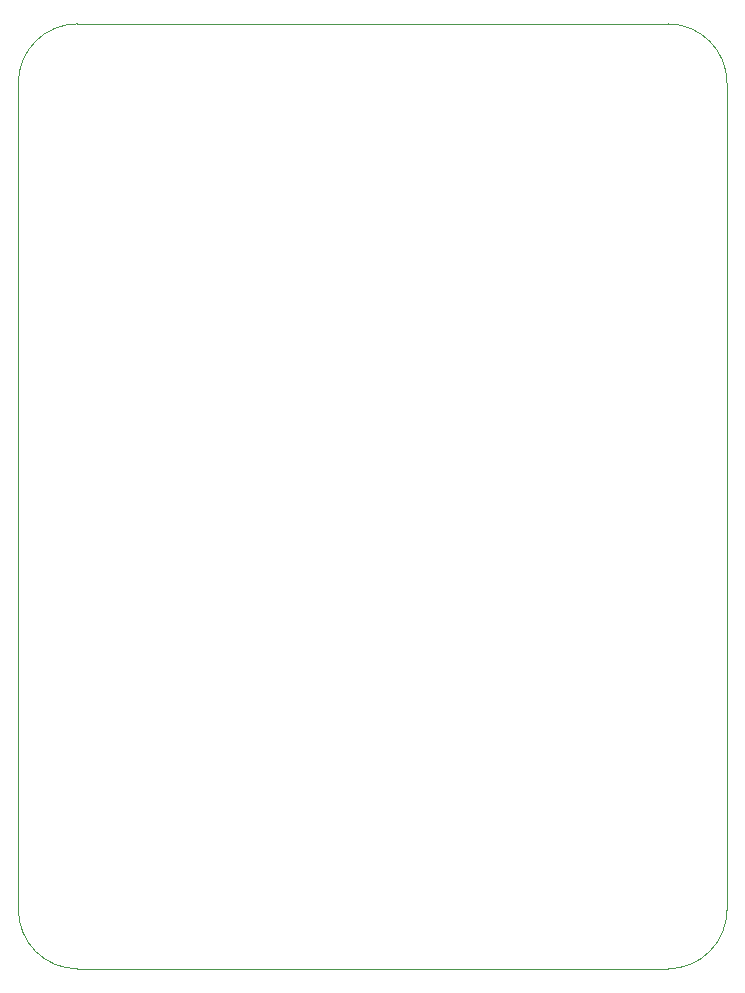
<source format=gm1>
%TF.GenerationSoftware,KiCad,Pcbnew,(6.0.0)*%
%TF.CreationDate,2022-02-28T16:43:31-03:00*%
%TF.ProjectId,Placa Digital,506c6163-6120-4446-9967-6974616c2e6b,V01*%
%TF.SameCoordinates,Original*%
%TF.FileFunction,Profile,NP*%
%FSLAX46Y46*%
G04 Gerber Fmt 4.6, Leading zero omitted, Abs format (unit mm)*
G04 Created by KiCad (PCBNEW (6.0.0)) date 2022-02-28 16:43:31*
%MOMM*%
%LPD*%
G01*
G04 APERTURE LIST*
%TA.AperFunction,Profile*%
%ADD10C,0.100000*%
%TD*%
G04 APERTURE END LIST*
D10*
X170447000Y-64289003D02*
G75*
G03*
X165447000Y-59289003I-5000000J0D01*
G01*
X115447000Y-59289000D02*
X165447000Y-59289003D01*
X170447000Y-64289003D02*
X170446997Y-134289000D01*
X115447000Y-59289000D02*
G75*
G03*
X110447000Y-64289000I0J-5000000D01*
G01*
X165446997Y-139289000D02*
G75*
G03*
X170446997Y-134289000I0J5000000D01*
G01*
X110447000Y-134288997D02*
G75*
G03*
X115447000Y-139288997I5000000J0D01*
G01*
X165446997Y-139289000D02*
X115447000Y-139288997D01*
X110447000Y-134288997D02*
X110447000Y-64289000D01*
M02*

</source>
